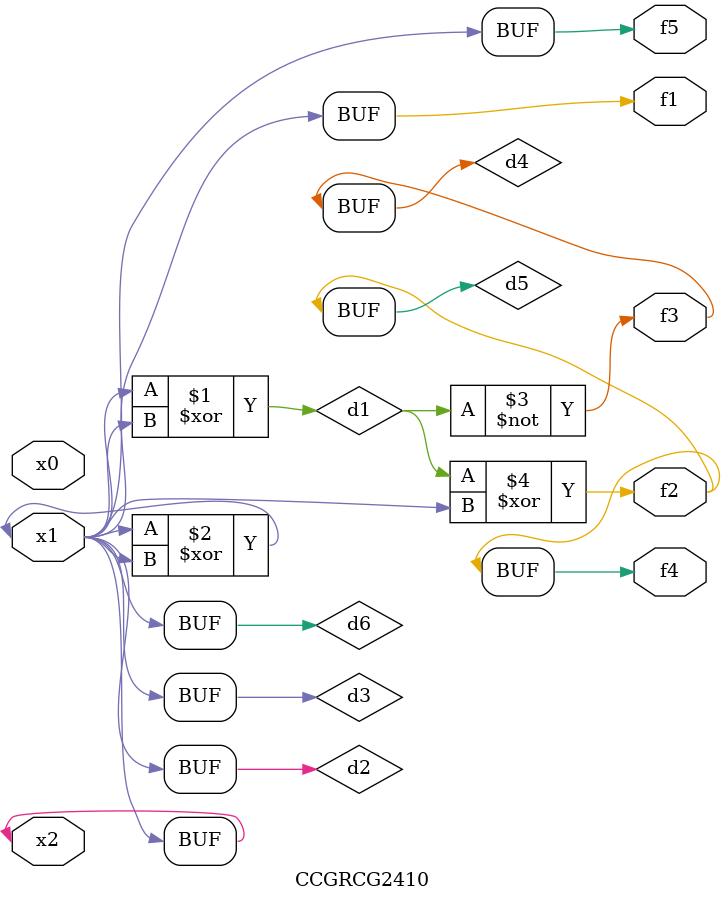
<source format=v>
module CCGRCG2410(
	input x0, x1, x2,
	output f1, f2, f3, f4, f5
);

	wire d1, d2, d3, d4, d5, d6;

	xor (d1, x1, x2);
	buf (d2, x1, x2);
	xor (d3, x1, x2);
	nor (d4, d1);
	xor (d5, d1, d2);
	buf (d6, d2, d3);
	assign f1 = d6;
	assign f2 = d5;
	assign f3 = d4;
	assign f4 = d5;
	assign f5 = d6;
endmodule

</source>
